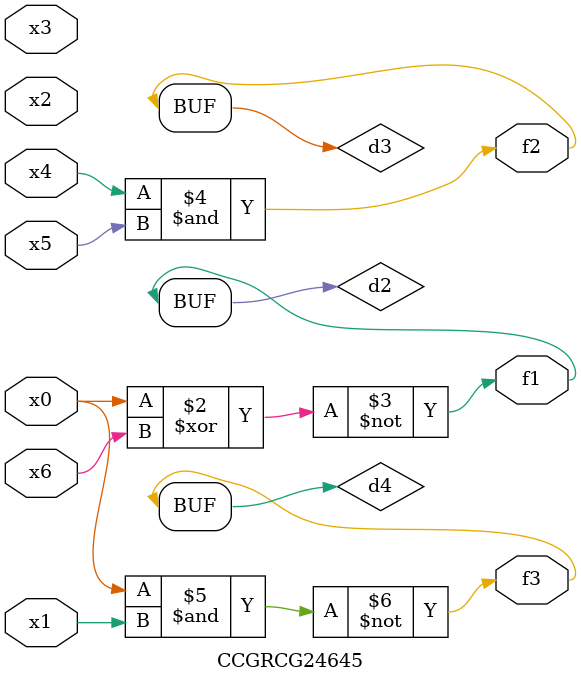
<source format=v>
module CCGRCG24645(
	input x0, x1, x2, x3, x4, x5, x6,
	output f1, f2, f3
);

	wire d1, d2, d3, d4;

	nor (d1, x0);
	xnor (d2, x0, x6);
	and (d3, x4, x5);
	nand (d4, x0, x1);
	assign f1 = d2;
	assign f2 = d3;
	assign f3 = d4;
endmodule

</source>
